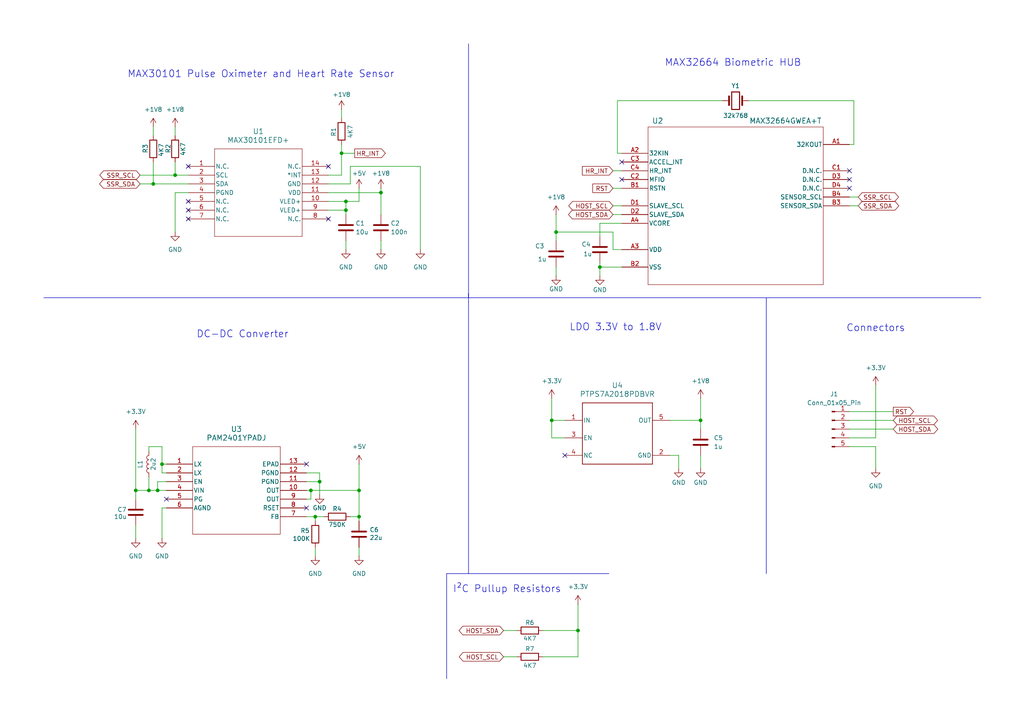
<source format=kicad_sch>
(kicad_sch (version 20250114) (generator "eeschema") (generator_version "9.0")
  (paper "A4")
  (lib_symbols
    (symbol "Connector:Conn_01x05_Pin" (pin_names (offset 1.016) (hide yes))
      (property "Reference" "J" (at 0 7.62 0))
      (property "Value" "Conn_01x05_Pin" (at 0 -7.62 0))
      (symbol "Conn_01x05_Pin_1_1"
        (rectangle (start 0.8636 5.207) (end 0 4.953) (stroke (width 0.1524)) (fill (type outline)))
        (rectangle (start 0.8636 2.667) (end 0 2.413) (stroke (width 0.1524)) (fill (type outline)))
        (rectangle (start 0.8636 0.127) (end 0 -0.127) (stroke (width 0.1524)) (fill (type outline)))
        (rectangle (start 0.8636 -2.413) (end 0 -2.667) (stroke (width 0.1524)) (fill (type outline)))
        (rectangle (start 0.8636 -4.953) (end 0 -5.207) (stroke (width 0.1524)) (fill (type outline)))
        (polyline (pts (xy 1.27 5.08) (xy 0.8636 5.08)) (stroke (width 0.1524)))
        (polyline (pts (xy 1.27 2.54) (xy 0.8636 2.54)) (stroke (width 0.1524)))
        (polyline (pts (xy 1.27 0) (xy 0.8636 0)) (stroke (width 0.1524)))
        (polyline (pts (xy 1.27 -2.54) (xy 0.8636 -2.54)) (stroke (width 0.1524)))
        (polyline (pts (xy 1.27 -5.08) (xy 0.8636 -5.08)) (stroke (width 0.1524)))
        (pin passive line (at 5.08 5.08 180) (length 3.81) (name "Pin_1") (number "1"))
        (pin passive line (at 5.08 2.54 180) (length 3.81) (name "Pin_2") (number "2"))
        (pin passive line (at 5.08 0 180) (length 3.81) (name "Pin_3") (number "3"))
        (pin passive line (at 5.08 -2.54 180) (length 3.81) (name "Pin_4") (number "4"))
        (pin passive line (at 5.08 -5.08 180) (length 3.81) (name "Pin_5") (number "5"))
      )
    )
    (symbol "Device:C" (pin_numbers (hide yes)) (pin_names (offset 0.254))
      (property "Reference" "C" (at 0.635 2.54 0))
      (property "Value" "C" (at 0.635 -2.54 0))
      (symbol "C_0_1"
        (polyline (pts (xy -2.032 0.762) (xy 2.032 0.762)) (stroke (width 0.508)))
        (polyline (pts (xy -2.032 -0.762) (xy 2.032 -0.762)) (stroke (width 0.508)))
      )
      (symbol "C_1_1"
        (pin passive line (at 0 3.81 270) (length 2.794) (name "~") (number "1"))
        (pin passive line (at 0 -3.81 90) (length 2.794) (name "~") (number "2"))
      )
    )
    (symbol "Device:Crystal" (pin_numbers (hide yes)) (pin_names (offset 1.016) (hide yes))
      (property "Reference" "Y" (at 0 3.81 0))
      (property "Value" "Crystal" (at 0 -3.81 0))
      (symbol "Crystal_0_1"
        (polyline (pts (xy -2.54 0) (xy -1.905 0)))
        (polyline (pts (xy -1.905 -1.27) (xy -1.905 1.27)) (stroke (width 0.508)))
        (rectangle (start -1.143 2.54) (end 1.143 -2.54) (stroke (width 0.3048)))
        (polyline (pts (xy 1.905 -1.27) (xy 1.905 1.27)) (stroke (width 0.508)))
        (polyline (pts (xy 2.54 0) (xy 1.905 0)))
      )
      (symbol "Crystal_1_1"
        (pin passive line (at -3.81 0 0) (length 1.27) (name "1") (number "1"))
        (pin passive line (at 3.81 0 180) (length 1.27) (name "2") (number "2"))
      )
    )
    (symbol "Device:L" (pin_numbers (hide yes)) (pin_names (offset 1.016) (hide yes))
      (property "Reference" "L" (at -1.27 0 90))
      (property "Value" "L" (at 1.905 0 90))
      (symbol "L_0_1"
        (arc (start 0 2.54) (mid 0.6323 1.905) (end 0 1.27))
        (arc (start 0 1.27) (mid 0.6323 0.635) (end 0 0))
        (arc (start 0 0) (mid 0.6323 -0.635) (end 0 -1.27))
        (arc (start 0 -1.27) (mid 0.6323 -1.905) (end 0 -2.54))
      )
      (symbol "L_1_1"
        (pin passive line (at 0 3.81 270) (length 1.27) (name "1") (number "1"))
        (pin passive line (at 0 -3.81 90) (length 1.27) (name "2") (number "2"))
      )
    )
    (symbol "Device:R" (pin_numbers (hide yes)) (pin_names (offset 0))
      (property "Reference" "R" (at 2.032 0 90))
      (property "Value" "R" (at 0 0 90))
      (symbol "R_0_1"
        (rectangle (start -1.016 -2.54) (end 1.016 2.54) (stroke (width 0.254)))
      )
      (symbol "R_1_1"
        (pin passive line (at 0 3.81 270) (length 1.27) (name "~") (number "1"))
        (pin passive line (at 0 -3.81 90) (length 1.27) (name "~") (number "2"))
      )
    )
    (symbol "MAX30101EFD:MAX30101EFD+" (pin_names (offset 0.254))
      (property "Reference" "U" (at 20.32 10.16 0))
      (property "Value" "MAX30101EFD+" (at 20.32 7.62 0))
      (symbol "MAX30101EFD+_0_1"
        (polyline (pts (xy 7.62 5.08) (xy 7.62 -20.32)) (stroke (width 0.127)))
        (polyline (pts (xy 7.62 -20.32) (xy 33.02 -20.32)) (stroke (width 0.127)))
        (polyline (pts (xy 33.02 5.08) (xy 7.62 5.08)) (stroke (width 0.127)))
        (polyline (pts (xy 33.02 -20.32) (xy 33.02 5.08)) (stroke (width 0.127)))
        (pin no_connect line (at 0 0 0) (length 7.62) (name "N.C.") (number "1"))
        (pin unspecified line (at 0 -2.54 0) (length 7.62) (name "SCL") (number "2"))
        (pin unspecified line (at 0 -5.08 0) (length 7.62) (name "SDA") (number "3"))
        (pin power_out line (at 0 -7.62 0) (length 7.62) (name "PGND") (number "4"))
        (pin no_connect line (at 0 -10.16 0) (length 7.62) (name "N.C.") (number "5"))
        (pin no_connect line (at 0 -12.7 0) (length 7.62) (name "N.C.") (number "6"))
        (pin no_connect line (at 0 -15.24 0) (length 7.62) (name "N.C.") (number "7"))
        (pin no_connect line (at 40.64 0 180) (length 7.62) (name "N.C.") (number "14"))
        (pin unspecified line (at 40.64 -2.54 180) (length 7.62) (name "*INT") (number "13"))
        (pin power_out line (at 40.64 -5.08 180) (length 7.62) (name "GND") (number "12"))
        (pin power_in line (at 40.64 -7.62 180) (length 7.62) (name "VDD") (number "11"))
        (pin unspecified line (at 40.64 -10.16 180) (length 7.62) (name "VLED+") (number "10"))
        (pin unspecified line (at 40.64 -12.7 180) (length 7.62) (name "VLED+") (number "9"))
        (pin no_connect line (at 40.64 -15.24 180) (length 7.62) (name "N.C.") (number "8"))
      )
    )
    (symbol "MAX32664GWEA-functionnal:MAX32664GWEA+T" (pin_names (offset 0.254))
      (property "Reference" "U" (at 33.02 12.7 0))
      (property "Value" "MAX32664GWEA+T" (at 33.02 10.16 0))
      (symbol "MAX32664GWEA+T_0_1"
        (polyline (pts (xy 7.62 7.62) (xy 7.62 -38.1)) (stroke (width 0.127)))
        (polyline (pts (xy 7.62 -38.1) (xy 58.42 -38.1)) (stroke (width 0.127)))
        (polyline (pts (xy 58.42 7.62) (xy 7.62 7.62)) (stroke (width 0.127)))
        (polyline (pts (xy 58.42 -38.1) (xy 58.42 7.62)) (stroke (width 0.127)))
        (pin bidirectional line (at 0 0 0) (length 7.62) (name "32KIN") (number "A2"))
        (pin unspecified line (at 0 -2.54 0) (length 7.62) (name "ACCEL_INT") (number "C3"))
        (pin unspecified line (at 0 -5.08 0) (length 7.62) (name "HR_INT") (number "C4"))
        (pin unspecified line (at 0 -7.62 0) (length 7.62) (name "MFIO") (number "C2"))
        (pin unspecified line (at 0 -10.16 0) (length 7.62) (name "RSTN") (number "B1"))
        (pin unspecified line (at 0 -15.24 0) (length 7.62) (name "SLAVE_SCL") (number "D1"))
        (pin unspecified line (at 0 -17.78 0) (length 7.62) (name "SLAVE_SDA") (number "D2"))
        (pin unspecified line (at 0 -20.32 0) (length 7.62) (name "VCORE") (number "A4"))
        (pin power_in line (at 0 -27.94 0) (length 7.62) (name "VDD") (number "A3"))
        (pin power_out line (at 0 -33.02 0) (length 7.62) (name "VSS") (number "B2"))
        (pin output line (at 66.04 2.54 180) (length 7.62) (name "32KOUT") (number "A1"))
        (pin bidirectional line (at 66.04 -5.08 180) (length 7.62) (name "D.N.C.") (number "C1"))
        (pin bidirectional line (at 66.04 -7.62 180) (length 7.62) (name "D.N.C.") (number "D3"))
        (pin bidirectional line (at 66.04 -10.16 180) (length 7.62) (name "D.N.C.") (number "D4"))
        (pin unspecified line (at 66.04 -12.7 180) (length 7.62) (name "SENSOR_SCL") (number "B4"))
        (pin unspecified line (at 66.04 -15.24 180) (length 7.62) (name "SENSOR_SDA") (number "B3"))
      )
    )
    (symbol "PAM2401YPADJ:PAM2401YPADJ" (pin_names (offset 0.254))
      (property "Reference" "U" (at 20.32 10.16 0))
      (property "Value" "PAM2401YPADJ" (at 20.32 7.62 0))
      (symbol "PAM2401YPADJ_0_1"
        (polyline (pts (xy 7.62 5.08) (xy 7.62 -20.32)) (stroke (width 0.127)))
        (polyline (pts (xy 7.62 -20.32) (xy 33.02 -20.32)) (stroke (width 0.127)))
        (polyline (pts (xy 33.02 5.08) (xy 7.62 5.08)) (stroke (width 0.127)))
        (polyline (pts (xy 33.02 -20.32) (xy 33.02 5.08)) (stroke (width 0.127)))
        (pin unspecified line (at 0 0 0) (length 7.62) (name "LX") (number "1"))
        (pin unspecified line (at 0 -2.54 0) (length 7.62) (name "LX") (number "2"))
        (pin input line (at 0 -5.08 0) (length 7.62) (name "EN") (number "3"))
        (pin power_in line (at 0 -7.62 0) (length 7.62) (name "VIN") (number "4"))
        (pin output line (at 0 -10.16 0) (length 7.62) (name "PG") (number "5"))
        (pin power_out line (at 0 -12.7 0) (length 7.62) (name "AGND") (number "6"))
        (pin power_out line (at 40.64 0 180) (length 7.62) (name "EPAD") (number "13"))
        (pin power_out line (at 40.64 -2.54 180) (length 7.62) (name "PGND") (number "12"))
        (pin power_out line (at 40.64 -5.08 180) (length 7.62) (name "PGND") (number "11"))
        (pin output line (at 40.64 -7.62 180) (length 7.62) (name "OUT") (number "10"))
        (pin output line (at 40.64 -10.16 180) (length 7.62) (name "OUT") (number "9"))
        (pin unspecified line (at 40.64 -12.7 180) (length 7.62) (name "RSET") (number "8"))
        (pin unspecified line (at 40.64 -15.24 180) (length 7.62) (name "FB") (number "7"))
      )
    )
    (symbol "PTPS7A2018PDBVR:PTPS7A2018PDBVR" (pin_names (offset 0.254))
      (property "Reference" "U" (at 0 2.54 0))
      (property "Value" "PTPS7A2018PDBVR" (at 0 0 0))
      (symbol "PTPS7A2018PDBVR_0_1"
        (polyline (pts (xy 5.08 5.08) (xy 5.08 -12.7)) (stroke (width 0.2032)))
        (polyline (pts (xy 5.08 -12.7) (xy 25.4 -12.7)) (stroke (width 0.2032)))
        (polyline (pts (xy 25.4 5.08) (xy 5.08 5.08)) (stroke (width 0.2032)))
        (polyline (pts (xy 25.4 -12.7) (xy 25.4 5.08)) (stroke (width 0.2032)))
        (pin power_in line (at 0 0 0) (length 5.08) (name "IN") (number "1"))
        (pin input line (at 0 -5.08 0) (length 5.08) (name "EN") (number "3"))
        (pin unspecified line (at 0 -10.16 0) (length 5.08) (name "NC") (number "4"))
        (pin unspecified line (at 30.48 0 180) (length 5.08) (name "OUT") (number "5"))
        (pin power_in line (at 30.48 -10.16 180) (length 5.08) (name "GND") (number "2"))
      )
    )
    (symbol "power:+1V8" (power) (pin_numbers (hide yes)) (pin_names (offset 0) (hide yes))
      (property "Value" "+1V8" (at 0 3.556 0))
      (symbol "+1V8_0_1"
        (polyline (pts (xy -0.762 1.27) (xy 0 2.54)))
        (polyline (pts (xy 0 2.54) (xy 0.762 1.27)))
        (polyline (pts (xy 0 0) (xy 0 2.54)))
      )
      (symbol "+1V8_1_1"
        (pin power_in line (at 0 0 90) (length 0) (name "~") (number "1"))
      )
    )
    (symbol "power:+3.3V" (power) (pin_numbers (hide yes)) (pin_names (offset 0) (hide yes))
      (property "Value" "+3.3V" (at 0 3.556 0))
      (symbol "+3.3V_0_1"
        (polyline (pts (xy -0.762 1.27) (xy 0 2.54)))
        (polyline (pts (xy 0 2.54) (xy 0.762 1.27)))
        (polyline (pts (xy 0 0) (xy 0 2.54)))
      )
      (symbol "+3.3V_1_1"
        (pin power_in line (at 0 0 90) (length 0) (name "~") (number "1"))
      )
    )
    (symbol "power:+5V" (power) (pin_numbers (hide yes)) (pin_names (offset 0) (hide yes))
      (property "Value" "+5V" (at 0 3.556 0))
      (symbol "+5V_0_1"
        (polyline (pts (xy -0.762 1.27) (xy 0 2.54)))
        (polyline (pts (xy 0 2.54) (xy 0.762 1.27)))
        (polyline (pts (xy 0 0) (xy 0 2.54)))
      )
      (symbol "+5V_1_1"
        (pin power_in line (at 0 0 90) (length 0) (name "~") (number "1"))
      )
    )
    (symbol "power:GND" (power) (pin_numbers (hide yes)) (pin_names (offset 0) (hide yes))
      (property "Value" "GND" (at 0 -3.81 0))
      (symbol "GND_0_1"
        (polyline (pts (xy 0 0) (xy 0 -1.27) (xy 1.27 -1.27) (xy 0 -2.54) (xy -1.27 -1.27) (xy 0 -1.27)))
      )
      (symbol "GND_1_1"
        (pin power_in line (at 0 0 270) (length 0) (name "~") (number "1"))
      )
    )
  )
  (text "I²C Pullup Resistors" (at 147.066 170.942 0) (effects (font (size 2.032 2.032))))
  (text "MAX32664 Biometric HUB" (at 212.598 18.288 0) (effects (font (size 2.032 2.032))))
  (text "LDO 3.3V to 1.8V" (at 178.562 94.996 0) (effects (font (size 2.032 2.032))))
  (text "Connectors" (at 254 95.25 0) (effects (font (size 2.032 2.032))))
  (text "DC-DC Converter" (at 70.358 97.028 0) (effects (font (size 2.032 2.032))))
  (text "MAX30101 Pulse Oximeter and Heart Rate Sensor" (at 75.692 21.59 0) (effects (font (size 2.032 2.032))))
  (junction (at 104.14 149.86))
  (junction (at 161.29 67.31))
  (junction (at 110.49 55.88))
  (junction (at 91.44 149.86))
  (junction (at 46.99 134.62))
  (junction (at 100.33 58.42))
  (junction (at 44.45 53.34))
  (junction (at 173.99 77.47))
  (junction (at 45.72 142.24))
  (junction (at 92.71 139.7))
  (junction (at 203.2 121.92))
  (junction (at 43.18 142.24))
  (junction (at 50.8 50.8))
  (junction (at 104.14 142.24))
  (junction (at 99.06 44.45))
  (junction (at 167.64 182.88))
  (junction (at 39.37 142.24))
  (junction (at 100.33 60.96))
  (junction (at 90.17 142.24))
  (junction (at 160.02 121.92))
  (no_connect (at 88.9 134.62))
  (no_connect (at 54.61 60.96))
  (no_connect (at 180.34 52.07))
  (no_connect (at 180.34 46.99))
  (no_connect (at 54.61 58.42))
  (no_connect (at 54.61 63.5))
  (no_connect (at 246.38 49.53))
  (no_connect (at 88.9 147.32))
  (no_connect (at 54.61 48.26))
  (no_connect (at 246.38 52.07))
  (no_connect (at 246.38 54.61))
  (no_connect (at 48.26 144.78))
  (no_connect (at 163.83 132.08))
  (no_connect (at 95.25 63.5))
  (no_connect (at 95.25 48.26))
  (wire (pts (xy 146.05 182.88) (xy 149.86 182.88)))
  (wire (pts (xy 180.34 72.39) (xy 177.8 72.39)))
  (polyline (pts (xy 135.89 87.63) (xy 135.89 166.37)))
  (wire (pts (xy 99.06 41.91) (xy 99.06 44.45)))
  (wire (pts (xy 50.8 50.8) (xy 50.8 46.99)))
  (wire (pts (xy 161.29 67.31) (xy 177.8 67.31)))
  (wire (pts (xy 110.49 69.85) (xy 110.49 72.39)))
  (wire (pts (xy 54.61 50.8) (xy 50.8 50.8)))
  (wire (pts (xy 157.48 190.5) (xy 167.64 190.5)))
  (wire (pts (xy 101.6 149.86) (xy 104.14 149.86)))
  (wire (pts (xy 88.9 142.24) (xy 90.17 142.24)))
  (wire (pts (xy 46.99 147.32) (xy 46.99 156.21)))
  (wire (pts (xy 203.2 115.57) (xy 203.2 121.92)))
  (wire (pts (xy 177.8 54.61) (xy 180.34 54.61)))
  (wire (pts (xy 46.99 137.16) (xy 46.99 134.62)))
  (wire (pts (xy 39.37 142.24) (xy 39.37 144.78)))
  (wire (pts (xy 48.26 147.32) (xy 46.99 147.32)))
  (wire (pts (xy 44.45 46.99) (xy 44.45 53.34)))
  (wire (pts (xy 196.85 132.08) (xy 196.85 135.89)))
  (wire (pts (xy 95.25 60.96) (xy 100.33 60.96)))
  (polyline (pts (xy 135.89 166.37) (xy 129.54 166.37)))
  (wire (pts (xy 104.14 134.62) (xy 104.14 142.24)))
  (wire (pts (xy 246.38 124.46) (xy 259.08 124.46)))
  (wire (pts (xy 177.8 49.53) (xy 180.34 49.53)))
  (wire (pts (xy 247.65 41.91) (xy 247.65 29.21)))
  (wire (pts (xy 157.48 182.88) (xy 167.64 182.88)))
  (wire (pts (xy 88.9 144.78) (xy 90.17 144.78)))
  (wire (pts (xy 92.71 143.51) (xy 92.71 139.7)))
  (wire (pts (xy 173.99 64.77) (xy 180.34 64.77)))
  (wire (pts (xy 54.61 55.88) (xy 50.8 55.88)))
  (wire (pts (xy 160.02 121.92) (xy 160.02 115.57)))
  (wire (pts (xy 46.99 134.62) (xy 48.26 134.62)))
  (wire (pts (xy 146.05 190.5) (xy 149.86 190.5)))
  (wire (pts (xy 40.64 50.8) (xy 50.8 50.8)))
  (wire (pts (xy 104.14 54.61) (xy 104.14 58.42)))
  (wire (pts (xy 161.29 62.23) (xy 161.29 67.31)))
  (wire (pts (xy 48.26 142.24) (xy 45.72 142.24)))
  (polyline (pts (xy 135.89 86.36) (xy 222.25 86.36)))
  (wire (pts (xy 92.71 139.7) (xy 92.71 137.16)))
  (wire (pts (xy 39.37 152.4) (xy 39.37 156.21)))
  (wire (pts (xy 177.8 72.39) (xy 177.8 67.31)))
  (wire (pts (xy 91.44 149.86) (xy 93.98 149.86)))
  (polyline (pts (xy 12.7 86.36) (xy 135.89 86.36)))
  (polyline (pts (xy 129.54 166.37) (xy 129.54 196.85)))
  (wire (pts (xy 246.38 59.69) (xy 248.92 59.69)))
  (wire (pts (xy 167.64 182.88) (xy 167.64 175.26)))
  (polyline (pts (xy 176.53 166.37) (xy 176.53 166.37)))
  (polyline (pts (xy 222.25 86.36) (xy 222.25 166.37)))
  (wire (pts (xy 43.18 138.43) (xy 43.18 142.24)))
  (wire (pts (xy 161.29 67.31) (xy 161.29 69.85)))
  (wire (pts (xy 173.99 77.47) (xy 173.99 80.01)))
  (wire (pts (xy 246.38 57.15) (xy 248.92 57.15)))
  (wire (pts (xy 44.45 53.34) (xy 54.61 53.34)))
  (wire (pts (xy 194.31 132.08) (xy 196.85 132.08)))
  (wire (pts (xy 50.8 36.83) (xy 50.8 39.37)))
  (wire (pts (xy 209.55 29.21) (xy 179.07 29.21)))
  (polyline (pts (xy 135.89 12.7) (xy 135.89 86.36)))
  (wire (pts (xy 203.2 121.92) (xy 203.2 124.46)))
  (polyline (pts (xy 135.89 85.09) (xy 135.89 87.63)))
  (wire (pts (xy 104.14 142.24) (xy 104.14 149.86)))
  (wire (pts (xy 43.18 142.24) (xy 39.37 142.24)))
  (wire (pts (xy 254 129.54) (xy 254 135.89)))
  (wire (pts (xy 44.45 36.83) (xy 44.45 39.37)))
  (wire (pts (xy 163.83 127) (xy 160.02 127)))
  (wire (pts (xy 95.25 58.42) (xy 100.33 58.42)))
  (wire (pts (xy 40.64 53.34) (xy 44.45 53.34)))
  (wire (pts (xy 48.26 137.16) (xy 46.99 137.16)))
  (wire (pts (xy 177.8 62.23) (xy 180.34 62.23)))
  (polyline (pts (xy 135.89 166.37) (xy 176.53 166.37)))
  (wire (pts (xy 88.9 139.7) (xy 92.71 139.7)))
  (wire (pts (xy 173.99 68.58) (xy 173.99 64.77)))
  (wire (pts (xy 254 127) (xy 254 111.76)))
  (wire (pts (xy 104.14 158.75) (xy 104.14 161.29)))
  (wire (pts (xy 50.8 55.88) (xy 50.8 67.31)))
  (wire (pts (xy 110.49 54.61) (xy 110.49 55.88)))
  (wire (pts (xy 99.06 31.75) (xy 99.06 34.29)))
  (wire (pts (xy 160.02 121.92) (xy 163.83 121.92)))
  (wire (pts (xy 91.44 158.75) (xy 91.44 161.29)))
  (wire (pts (xy 167.64 190.5) (xy 167.64 182.88)))
  (wire (pts (xy 45.72 139.7) (xy 48.26 139.7)))
  (polyline (pts (xy 222.25 86.36) (xy 284.48 86.36)))
  (wire (pts (xy 100.33 69.85) (xy 100.33 72.39)))
  (wire (pts (xy 179.07 29.21) (xy 179.07 44.45)))
  (wire (pts (xy 246.38 127) (xy 254 127)))
  (wire (pts (xy 104.14 149.86) (xy 104.14 151.13)))
  (wire (pts (xy 177.8 59.69) (xy 180.34 59.69)))
  (wire (pts (xy 100.33 60.96) (xy 100.33 62.23)))
  (wire (pts (xy 43.18 130.81) (xy 43.18 129.54)))
  (wire (pts (xy 121.92 48.26) (xy 121.92 72.39)))
  (wire (pts (xy 246.38 41.91) (xy 247.65 41.91)))
  (wire (pts (xy 95.25 55.88) (xy 110.49 55.88)))
  (wire (pts (xy 102.87 44.45) (xy 99.06 44.45)))
  (wire (pts (xy 160.02 127) (xy 160.02 121.92)))
  (wire (pts (xy 99.06 44.45) (xy 99.06 50.8)))
  (wire (pts (xy 45.72 142.24) (xy 43.18 142.24)))
  (wire (pts (xy 45.72 139.7) (xy 45.72 142.24)))
  (wire (pts (xy 43.18 129.54) (xy 46.99 129.54)))
  (wire (pts (xy 90.17 142.24) (xy 104.14 142.24)))
  (wire (pts (xy 46.99 129.54) (xy 46.99 134.62)))
  (wire (pts (xy 161.29 77.47) (xy 161.29 80.01)))
  (wire (pts (xy 247.65 29.21) (xy 217.17 29.21)))
  (wire (pts (xy 101.6 53.34) (xy 101.6 48.26)))
  (wire (pts (xy 104.14 58.42) (xy 100.33 58.42)))
  (wire (pts (xy 110.49 55.88) (xy 110.49 62.23)))
  (wire (pts (xy 95.25 50.8) (xy 99.06 50.8)))
  (wire (pts (xy 179.07 44.45) (xy 180.34 44.45)))
  (wire (pts (xy 88.9 149.86) (xy 91.44 149.86)))
  (wire (pts (xy 101.6 48.26) (xy 121.92 48.26)))
  (wire (pts (xy 39.37 142.24) (xy 39.37 124.46)))
  (wire (pts (xy 91.44 149.86) (xy 91.44 151.13)))
  (wire (pts (xy 180.34 77.47) (xy 173.99 77.47)))
  (wire (pts (xy 246.38 119.38) (xy 259.08 119.38)))
  (wire (pts (xy 92.71 137.16) (xy 88.9 137.16)))
  (wire (pts (xy 95.25 53.34) (xy 101.6 53.34)))
  (wire (pts (xy 203.2 132.08) (xy 203.2 135.89)))
  (wire (pts (xy 100.33 58.42) (xy 100.33 60.96)))
  (wire (pts (xy 246.38 129.54) (xy 254 129.54)))
  (wire (pts (xy 90.17 144.78) (xy 90.17 142.24)))
  (wire (pts (xy 173.99 76.2) (xy 173.99 77.47)))
  (wire (pts (xy 194.31 121.92) (xy 203.2 121.92)))
  (wire (pts (xy 246.38 121.92) (xy 259.08 121.92)))
  (global_label "HR_INT" (shape output) (at 102.87 44.45 0) (property "Intersheetrefs" "${INTERSHEET_REFS}" (effects (hide yes))))
  (global_label "HOST_SDA" (shape bidirectional) (at 259.08 124.46 0) (property "Intersheetrefs" "${INTERSHEET_REFS}" (effects (hide yes))))
  (global_label "SSR_SCL" (shape bidirectional) (at 248.92 57.15 0) (property "Intersheetrefs" "${INTERSHEET_REFS}" (effects (hide yes))))
  (global_label "SSR_SDA" (shape bidirectional) (at 248.92 59.69 0) (property "Intersheetrefs" "${INTERSHEET_REFS}" (effects (hide yes))))
  (global_label "HR_INT" (shape input) (at 177.8 49.53 180) (property "Intersheetrefs" "${INTERSHEET_REFS}" (effects (hide yes))))
  (global_label "SSR_SDA" (shape bidirectional) (at 40.64 53.34 180) (property "Intersheetrefs" "${INTERSHEET_REFS}" (effects (hide yes))))
  (global_label "HOST_SCL" (shape bidirectional) (at 259.08 121.92 0) (property "Intersheetrefs" "${INTERSHEET_REFS}" (effects (hide yes))))
  (global_label "SSR_SCL" (shape bidirectional) (at 40.64 50.8 180) (property "Intersheetrefs" "${INTERSHEET_REFS}" (effects (hide yes))))
  (global_label "HOST_SDA" (shape bidirectional) (at 177.8 62.23 180) (property "Intersheetrefs" "${INTERSHEET_REFS}" (effects (hide yes))))
  (global_label "HOST_SCL" (shape bidirectional) (at 177.8 59.69 180) (property "Intersheetrefs" "${INTERSHEET_REFS}" (effects (hide yes))))
  (global_label "HOST_SCL" (shape bidirectional) (at 146.05 190.5 180) (property "Intersheetrefs" "${INTERSHEET_REFS}" (effects (hide yes))))
  (global_label "RST" (shape input) (at 177.8 54.61 180) (property "Intersheetrefs" "${INTERSHEET_REFS}" (effects (hide yes))))
  (global_label "RST" (shape output) (at 259.08 119.38 0) (property "Intersheetrefs" "${INTERSHEET_REFS}" (effects (hide yes))))
  (global_label "HOST_SDA" (shape bidirectional) (at 146.05 182.88 180) (property "Intersheetrefs" "${INTERSHEET_REFS}" (effects (hide yes))))
  (symbol (lib_id "power:+1V8") (at 99.06 31.75 0) (unit 1)
    (property "Reference" "#PWR02" (effects (hide yes)))
    (property "Value" "+1V8" (at 99.06 27.432 0))
    (property "Description" "Power symbol creates a global label with name \"+1V8\"" (effects (hide yes)))
  )
  (symbol (lib_id "power:+5V") (at 104.14 134.62 0) (unit 1)
    (property "Reference" "#PWR08" (effects (hide yes)))
    (property "Value" "+5V" (at 104.14 129.54 0))
    (property "Description" "Power symbol creates a global label with name \"+5V\"" (effects (hide yes)))
  )
  (symbol (lib_id "Device:C") (at 203.2 128.27 0) (unit 1)
    (property "Reference" "C5" (at 207.01 126.9999 0) (effects (justify left)))
    (property "Value" "1u" (at 207.01 129.5399 0) (effects (justify left)))
    (property "Footprint" "Capacitor_SMD:C_0603_1608Metric" (effects (hide yes)))
    (property "Description" "Unpolarized capacitor" (effects (hide yes)))
  )
  (symbol (lib_id "Device:R") (at 99.06 38.1 0) (unit 1)
    (property "Reference" "R1" (at 96.774 39.624 90) (effects (justify left)))
    (property "Value" "4K7" (at 101.6 40.132 90) (effects (justify left)))
    (property "Footprint" "Resistor_SMD:R_0603_1608Metric" (effects (hide yes)))
    (property "Description" "Resistor" (effects (hide yes)))
  )
  (symbol (lib_id "power:GND") (at 104.14 161.29 0) (unit 1)
    (property "Reference" "#PWR024" (effects (hide yes)))
    (property "Value" "GND" (at 104.14 166.37 0))
    (property "Description" "Power symbol creates a global label with name \"GND\" , ground" (effects (hide yes)))
  )
  (symbol (lib_id "power:GND") (at 46.99 156.21 0) (unit 1)
    (property "Reference" "#PWR026" (effects (hide yes)))
    (property "Value" "GND" (at 46.99 161.29 0))
    (property "Description" "Power symbol creates a global label with name \"GND\" , ground" (effects (hide yes)))
  )
  (symbol (lib_id "Device:C") (at 104.14 154.94 0) (unit 1)
    (property "Reference" "C6" (at 107.188 153.67 0) (effects (justify left)))
    (property "Value" "22u" (at 107.188 155.956 0) (effects (justify left)))
    (property "Footprint" "Capacitor_SMD:C_0603_1608Metric" (effects (hide yes)))
    (property "Description" "Unpolarized capacitor" (effects (hide yes)))
  )
  (symbol (lib_id "power:GND") (at 100.33 72.39 0) (unit 1)
    (property "Reference" "#PWR013" (effects (hide yes)))
    (property "Value" "GND" (at 100.33 77.47 0))
    (property "Description" "Power symbol creates a global label with name \"GND\" , ground" (effects (hide yes)))
  )
  (symbol (lib_id "power:GND") (at 91.44 161.29 0) (unit 1)
    (property "Reference" "#PWR022" (effects (hide yes)))
    (property "Value" "GND" (at 91.44 166.37 0))
    (property "Description" "Power symbol creates a global label with name \"GND\" , ground" (effects (hide yes)))
  )
  (symbol (lib_id "PAM2401YPADJ:PAM2401YPADJ") (at 48.26 134.62 0) (unit 1)
    (property "Reference" "U3" (at 68.58 124.46 0) (effects (font (size 1.524 1.524))))
    (property "Value" "PAM2401YPADJ" (at 68.58 127 0) (effects (font (size 1.524 1.524))))
    (property "Footprint" "PAM2401YPADJ:SON12_U-DFN3030-12_DIO-M" (effects (hide yes)))
    (property "Datasheet" "PAM2401YPADJ" (effects (hide yes)))
  )
  (symbol (lib_id "PTPS7A2018PDBVR:PTPS7A2018PDBVR") (at 163.83 121.92 0) (unit 1)
    (property "Reference" "U4" (at 179.07 111.76 0) (effects (font (size 1.524 1.524))))
    (property "Value" "PTPS7A2018PDBVR" (at 179.07 114.3 0) (effects (font (size 1.524 1.524))))
    (property "Footprint" "PTPS7A2018PDBVR:DBV0005A-IPC_A" (effects (hide yes)))
    (property "Datasheet" "https://www.ti.com/lit/gpn/tps7a20" (effects (hide yes)))
  )
  (symbol (lib_id "power:GND") (at 173.99 80.01 0) (unit 1)
    (property "Reference" "#PWR017" (effects (hide yes)))
    (property "Value" "GND" (at 173.99 84.074 0))
    (property "Description" "Power symbol creates a global label with name \"GND\" , ground" (effects (hide yes)))
  )
  (symbol (lib_id "power:+3.3V") (at 160.02 115.57 0) (unit 1)
    (property "Reference" "#PWR012" (effects (hide yes)))
    (property "Value" "+3.3V" (at 160.02 110.49 0))
    (property "Description" "Power symbol creates a global label with name \"+3.3V\"" (effects (hide yes)))
  )
  (symbol (lib_id "power:GND") (at 110.49 72.39 0) (unit 1)
    (property "Reference" "#PWR014" (effects (hide yes)))
    (property "Value" "GND" (at 110.49 77.47 0))
    (property "Description" "Power symbol creates a global label with name \"GND\" , ground" (effects (hide yes)))
  )
  (symbol (lib_id "Device:C") (at 39.37 148.59 0) (unit 1)
    (property "Reference" "C7" (at 34.036 147.828 0) (effects (justify left)))
    (property "Value" "10u" (at 33.02 149.86 0) (effects (justify left)))
    (property "Footprint" "Capacitor_SMD:C_0603_1608Metric" (effects (hide yes)))
    (property "Description" "Unpolarized capacitor" (effects (hide yes)))
  )
  (symbol (lib_id "MAX30101EFD:MAX30101EFD+") (at 54.61 48.26 0) (unit 1)
    (property "Reference" "U1" (at 74.93 38.1 0) (effects (font (size 1.524 1.524))))
    (property "Value" "MAX30101EFD+" (at 74.93 40.64 0) (effects (font (size 1.524 1.524))))
    (property "Footprint" "MAX30101EFD:21-1048_F143A5&plus_1_MXM-M" (effects (hide yes)))
    (property "Datasheet" "MAX30101EFD+" (effects (hide yes)))
  )
  (symbol (lib_id "power:+1V8") (at 50.8 36.83 0) (unit 1)
    (property "Reference" "#PWR04" (effects (hide yes)))
    (property "Value" "+1V8" (at 50.8 31.75 0))
    (property "Description" "Power symbol creates a global label with name \"+1V8\"" (effects (hide yes)))
  )
  (symbol (lib_id "Device:R") (at 50.8 43.18 0) (unit 1)
    (property "Reference" "R2" (at 48.768 44.45 90) (effects (justify left)))
    (property "Value" "4K7" (at 53.086 45.212 90) (effects (justify left)))
    (property "Footprint" "Resistor_SMD:R_0603_1608Metric" (effects (hide yes)))
    (property "Description" "Resistor" (effects (hide yes)))
  )
  (symbol (lib_id "power:GND") (at 161.29 80.01 0) (unit 1)
    (property "Reference" "#PWR016" (effects (hide yes)))
    (property "Value" "GND" (at 161.29 83.82 0))
    (property "Description" "Power symbol creates a global label with name \"GND\" , ground" (effects (hide yes)))
  )
  (symbol (lib_id "power:+3.3V") (at 167.64 175.26 0) (unit 1)
    (property "Reference" "#PWR010" (effects (hide yes)))
    (property "Value" "+3.3V" (at 167.64 170.18 0))
    (property "Description" "Power symbol creates a global label with name \"+3.3V\"" (effects (hide yes)))
  )
  (symbol (lib_id "power:GND") (at 203.2 135.89 0) (unit 1)
    (property "Reference" "#PWR027" (effects (hide yes)))
    (property "Value" "GND" (at 203.2 139.954 0))
    (property "Description" "Power symbol creates a global label with name \"GND\" , ground" (effects (hide yes)))
  )
  (symbol (lib_id "power:+1V8") (at 161.29 62.23 0) (unit 1)
    (property "Reference" "#PWR05" (effects (hide yes)))
    (property "Value" "+1V8" (at 161.29 57.15 0))
    (property "Description" "Power symbol creates a global label with name \"+1V8\"" (effects (hide yes)))
  )
  (symbol (lib_id "power:+5V") (at 104.14 54.61 0) (unit 1)
    (property "Reference" "#PWR07" (effects (hide yes)))
    (property "Value" "+5V" (at 104.14 50.292 0))
    (property "Description" "Power symbol creates a global label with name \"+5V\"" (effects (hide yes)))
  )
  (symbol (lib_id "Device:R") (at 153.67 182.88 90) (unit 1)
    (property "Reference" "R6" (at 153.67 180.594 90))
    (property "Value" "4K7" (at 153.67 185.166 90))
    (property "Footprint" "Resistor_SMD:R_0603_1608Metric" (effects (hide yes)))
    (property "Description" "Resistor" (effects (hide yes)))
  )
  (symbol (lib_id "Device:R") (at 91.44 154.94 0) (unit 1)
    (property "Reference" "R5" (at 87.122 153.924 0) (effects (justify left)))
    (property "Value" "100K" (at 84.836 156.21 0) (effects (justify left)))
    (property "Footprint" "Resistor_SMD:R_0603_1608Metric" (effects (hide yes)))
    (property "Description" "Resistor" (effects (hide yes)))
  )
  (symbol (lib_id "Device:C") (at 161.29 73.66 0) (unit 1)
    (property "Reference" "C3" (at 155.194 71.374 0) (effects (justify left)))
    (property "Value" "1u" (at 155.956 75.184 0) (effects (justify left)))
    (property "Footprint" "Capacitor_SMD:C_0603_1608Metric" (effects (hide yes)))
    (property "Description" "Unpolarized capacitor" (effects (hide yes)))
  )
  (symbol (lib_id "power:GND") (at 196.85 135.89 0) (unit 1)
    (property "Reference" "#PWR019" (effects (hide yes)))
    (property "Value" "GND" (at 196.85 139.954 0))
    (property "Description" "Power symbol creates a global label with name \"GND\" , ground" (effects (hide yes)))
  )
  (symbol (lib_id "power:+1V8") (at 44.45 36.83 0) (unit 1)
    (property "Reference" "#PWR03" (effects (hide yes)))
    (property "Value" "+1V8" (at 44.45 31.75 0))
    (property "Description" "Power symbol creates a global label with name \"+1V8\"" (effects (hide yes)))
  )
  (symbol (lib_id "MAX32664GWEA-functionnal:MAX32664GWEA+T") (at 180.34 44.45 0) (unit 1)
    (property "Reference" "U2" (at 190.754 35.052 0) (effects (font (size 1.524 1.524))))
    (property "Value" "MAX32664GWEA+T" (at 227.838 35.052 0) (effects (font (size 1.524 1.524))))
    (property "Footprint" "MAX32664GWEA-T:21-100241A_W161K1&plus_1_MXM" (effects (hide yes)))
    (property "Datasheet" "MAX32664GWEA+T" (effects (hide yes)))
  )
  (symbol (lib_id "Connector:Conn_01x05_Pin") (at 241.3 124.46 0) (unit 1)
    (property "Reference" "J1" (at 241.935 114.3 0))
    (property "Value" "Conn_01x05_Pin" (at 241.935 116.84 0))
    (property "Footprint" "Connector_PinHeader_2.54mm:PinHeader_1x05_P2.54mm_Vertical" (effects (hide yes)))
    (property "Description" "Generic connector, single row, 01x05, script generated" (effects (hide yes)))
  )
  (symbol (lib_id "Device:R") (at 44.45 43.18 0) (unit 1)
    (property "Reference" "R3" (at 42.164 44.45 90) (effects (justify left)))
    (property "Value" "4K7" (at 46.736 45.466 90) (effects (justify left)))
    (property "Footprint" "Resistor_SMD:R_0603_1608Metric" (effects (hide yes)))
    (property "Description" "Resistor" (effects (hide yes)))
  )
  (symbol (lib_id "power:GND") (at 50.8 67.31 0) (unit 1)
    (property "Reference" "#PWR015" (effects (hide yes)))
    (property "Value" "GND" (at 50.8 72.39 0))
    (property "Description" "Power symbol creates a global label with name \"GND\" , ground" (effects (hide yes)))
  )
  (symbol (lib_id "power:GND") (at 121.92 72.39 0) (unit 1)
    (property "Reference" "#PWR025" (effects (hide yes)))
    (property "Value" "GND" (at 121.92 77.47 0))
    (property "Description" "Power symbol creates a global label with name \"GND\" , ground" (effects (hide yes)))
  )
  (symbol (lib_id "Device:C") (at 110.49 66.04 0) (unit 1)
    (property "Reference" "C2" (at 113.284 64.77 0) (effects (justify left)))
    (property "Value" "100n" (at 113.284 67.31 0) (effects (justify left)))
    (property "Footprint" "Capacitor_SMD:C_0603_1608Metric" (effects (hide yes)))
    (property "Description" "Unpolarized capacitor" (effects (hide yes)))
  )
  (symbol (lib_id "power:+3.3V") (at 39.37 124.46 0) (unit 1)
    (property "Reference" "#PWR09" (effects (hide yes)))
    (property "Value" "+3.3V" (at 39.37 119.38 0))
    (property "Description" "Power symbol creates a global label with name \"+3.3V\"" (effects (hide yes)))
  )
  (symbol (lib_id "Device:C") (at 173.99 72.39 0) (unit 1)
    (property "Reference" "C4" (at 168.656 70.866 0) (effects (justify left)))
    (property "Value" "1u" (at 169.164 73.66 0) (effects (justify left)))
    (property "Footprint" "Capacitor_SMD:C_0603_1608Metric" (effects (hide yes)))
    (property "Description" "Unpolarized capacitor" (effects (hide yes)))
  )
  (symbol (lib_id "power:GND") (at 254 135.89 0) (unit 1)
    (property "Reference" "#PWR020" (effects (hide yes)))
    (property "Value" "GND" (at 254 140.97 0))
    (property "Description" "Power symbol creates a global label with name \"GND\" , ground" (effects (hide yes)))
  )
  (symbol (lib_id "Device:Crystal") (at 213.36 29.21 0) (unit 1)
    (property "Reference" "Y1" (at 213.36 24.892 0))
    (property "Value" "32k768" (at 213.36 33.528 0))
    (property "Footprint" "Crystal:Crystal_SMD_2012-2Pin_2.0x1.2mm" (effects (hide yes)))
    (property "Description" "Two pin crystal" (effects (hide yes)))
  )
  (symbol (lib_id "Device:R") (at 153.67 190.5 90) (unit 1)
    (property "Reference" "R7" (at 153.67 188.214 90))
    (property "Value" "4K7" (at 153.67 193.04 90))
    (property "Footprint" "Resistor_SMD:R_0603_1608Metric" (effects (hide yes)))
    (property "Description" "Resistor" (effects (hide yes)))
  )
  (symbol (lib_id "power:GND") (at 39.37 156.21 0) (unit 1)
    (property "Reference" "#PWR021" (effects (hide yes)))
    (property "Value" "GND" (at 39.37 161.29 0))
    (property "Description" "Power symbol creates a global label with name \"GND\" , ground" (effects (hide yes)))
  )
  (symbol (lib_id "Device:L") (at 43.18 134.62 180) (unit 1)
    (property "Reference" "L1" (at 40.64 134.62 90))
    (property "Value" "2u2" (at 44.45 134.62 90))
    (property "Footprint" "Inductor_SMD:L_0603_1608Metric" (effects (hide yes)))
    (property "Description" "Inductor" (effects (hide yes)))
  )
  (symbol (lib_id "power:+1V8") (at 203.2 115.57 0) (unit 1)
    (property "Reference" "#PWR06" (effects (hide yes)))
    (property "Value" "+1V8" (at 203.2 110.49 0))
    (property "Description" "Power symbol creates a global label with name \"+1V8\"" (effects (hide yes)))
  )
  (symbol (lib_id "Device:R") (at 97.79 149.86 90) (unit 1)
    (property "Reference" "R4" (at 97.79 147.574 90))
    (property "Value" "750K" (at 97.79 152.146 90))
    (property "Footprint" "Resistor_SMD:R_0603_1608Metric" (effects (hide yes)))
    (property "Description" "Resistor" (effects (hide yes)))
  )
  (symbol (lib_id "power:+3.3V") (at 254 111.76 0) (unit 1)
    (property "Reference" "#PWR011" (effects (hide yes)))
    (property "Value" "+3.3V" (at 254 106.68 0))
    (property "Description" "Power symbol creates a global label with name \"+3.3V\"" (effects (hide yes)))
  )
  (symbol (lib_id "Device:C") (at 100.33 66.04 0) (unit 1)
    (property "Reference" "C1" (at 103.124 64.77 0) (effects (justify left)))
    (property "Value" "10u" (at 103.124 67.31 0) (effects (justify left)))
    (property "Footprint" "Capacitor_SMD:C_0603_1608Metric" (effects (hide yes)))
    (property "Description" "Unpolarized capacitor" (effects (hide yes)))
  )
  (symbol (lib_id "power:GND") (at 92.71 143.51 0) (unit 1)
    (property "Reference" "#PWR023" (effects (hide yes)))
    (property "Value" "GND" (at 92.71 147.32 0))
    (property "Description" "Power symbol creates a global label with name \"GND\" , ground" (effects (hide yes)))
  )
  (symbol (lib_id "power:+1V8") (at 110.49 54.61 0) (unit 1)
    (property "Reference" "#PWR01" (effects (hide yes)))
    (property "Value" "+1V8" (at 110.49 50.292 0))
    (property "Description" "Power symbol creates a global label with name \"+1V8\"" (effects (hide yes)))
  )
)
</source>
